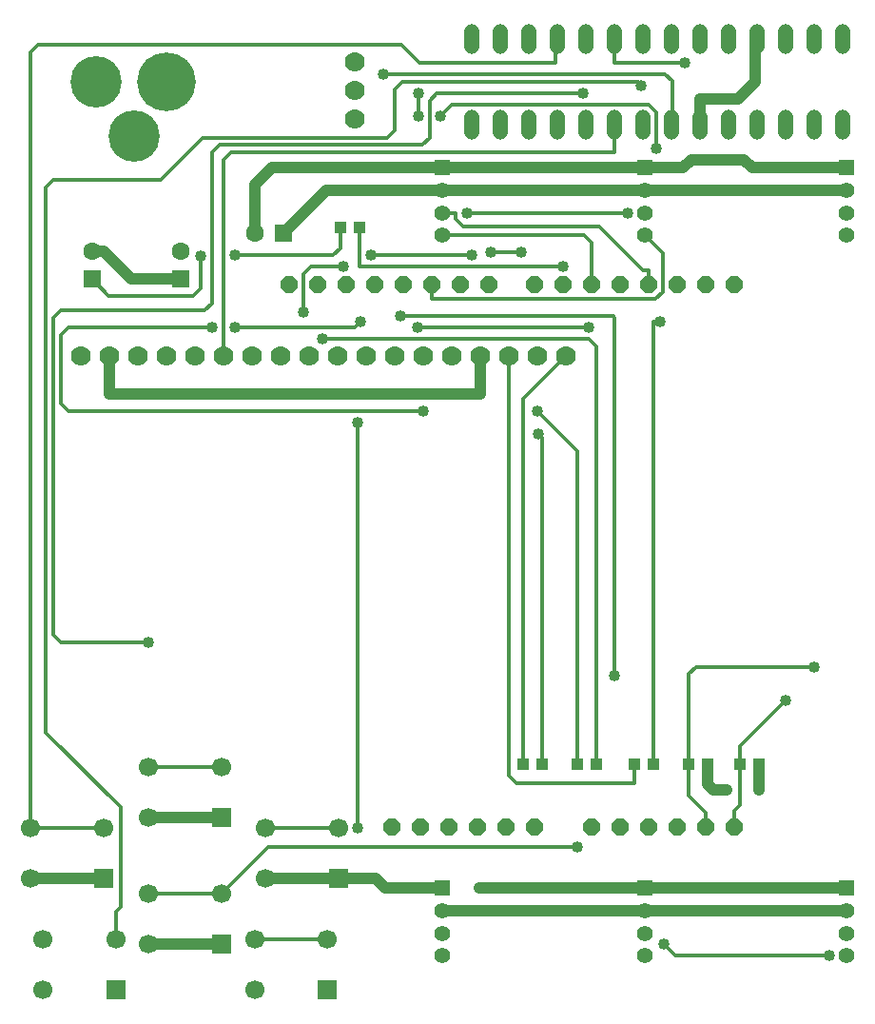
<source format=gbr>
G04 DipTrace 3.3.1.3*
G04 Top.gbr*
%MOIN*%
G04 #@! TF.FileFunction,Copper,L1,Top*
G04 #@! TF.Part,Single*
%AMOUTLINE0*
4,1,20,
-0.02608,0.026058,
-0.024514,0.034979,
-0.019993,0.042827,
-0.013059,0.048655,
-0.004551,0.05176,
0.004507,0.051768,
0.01302,0.048677,
0.019963,0.042861,
0.0245,0.035021,
0.02608,0.026102,
0.02608,-0.026058,
0.024514,-0.034979,
0.019993,-0.042827,
0.013059,-0.048655,
0.004551,-0.05176,
-0.004507,-0.051768,
-0.01302,-0.048677,
-0.019963,-0.042861,
-0.0245,-0.035021,
-0.02608,-0.026102,
-0.02608,0.026058,
0*%
%AMOUTLINE3*
4,1,8,
0.030488,-0.012629,
0.012629,-0.030488,
-0.012629,-0.030488,
-0.030488,-0.012629,
-0.030488,0.012629,
-0.012629,0.030488,
0.012629,0.030488,
0.030488,0.012629,
0.030488,-0.012629,
0*%
G04 #@! TA.AperFunction,Conductor*
%ADD13C,0.012992*%
G04 #@! TA.AperFunction,ViaPad*
%ADD14C,0.04*%
G04 #@! TA.AperFunction,Conductor*
%ADD15C,0.03937*%
G04 #@! TA.AperFunction,ComponentPad*
%ADD16R,0.055118X0.055118*%
%ADD17C,0.055118*%
%ADD18R,0.062992X0.062992*%
%ADD19C,0.062992*%
%ADD20C,0.062992*%
%ADD21R,0.043307X0.03937*%
G04 #@! TA.AperFunction,ComponentPad*
%ADD25C,0.07*%
%ADD26R,0.066929X0.066929*%
%ADD27C,0.066929*%
%ADD29C,0.205354*%
%ADD30C,0.179685*%
%ADD65OUTLINE0*%
%ADD68OUTLINE3*%
%FSLAX26Y26*%
G04*
G70*
G90*
G75*
G01*
G04 Top*
%LPD*%
X3258346Y603700D2*
D13*
X2717676D1*
X2678188Y643188D1*
X1753700Y2843700D2*
X2500043D1*
X2506106Y2837637D1*
Y1585271D1*
X1901968Y3206220D2*
X1949019D1*
Y3185160D1*
X1975003Y3159176D1*
X2449688D1*
X2605188Y3003676D1*
X2623700D1*
Y2953700D1*
X2423700D2*
Y3101496D1*
X2397716Y3127480D1*
X1901968D1*
X2549680Y3206220D2*
X1988507D1*
X2610235Y3127480D2*
X2673680Y3064035D1*
Y2929704D1*
X2647696Y2903720D1*
X1863700D1*
Y2953700D1*
X1243700Y3133700D2*
D14*
Y3303704D1*
X1303700Y3363704D1*
X1460176D1*
X983700Y2973700D2*
X812130D1*
X713705Y3072125D1*
X673700D1*
X1902361Y839920D2*
X1702723D1*
X1668943Y873700D1*
X1536535D1*
X713700D2*
X457794D1*
X870629Y1087794D2*
X944094D1*
X1126535D1*
X870629Y643700D2*
X944094D1*
X1126535D1*
X2899192Y3391267D2*
X2959192D1*
X2986759Y3363700D1*
X3318503D1*
X2610235D2*
X2745412D1*
X2772979Y3391267D1*
X2899192D1*
X1901968Y3363700D2*
X2397204D1*
X2610235D1*
X1460176Y3363704D2*
X1901968Y3363700D1*
X1536535Y873700D2*
X1354094D1*
X1280629D1*
X2610629Y839920D2*
X2423070D1*
X2031072D1*
X3318897D2*
X3191338D1*
X2610629D1*
X756535Y660865D2*
D13*
Y759354D1*
X773661Y776480D1*
Y1123720D1*
X512098Y1385283D1*
Y3294330D1*
X538083Y3320315D1*
X913460D1*
X1062873Y3469728D1*
X1708188D1*
X1734172Y3495712D1*
Y3637947D1*
X1760157Y3663932D1*
X2586929D1*
X2597783Y3653078D1*
X1602991Y1050865D2*
Y2471102D1*
X1536535Y1050865D2*
X1280629D1*
X870629Y820865D2*
X1126535D1*
X2750704Y3732035D2*
X2503700D1*
Y3813700D1*
X1126535Y820865D2*
X1290082Y984413D1*
X2373082D1*
X2394936Y3624444D2*
X1882318D1*
X1856334Y3598460D1*
Y3469727D1*
X1830350Y3443743D1*
X1120672D1*
X1094688Y3417759D1*
Y2889723D1*
X1068704Y2863739D1*
X564066D1*
X538082Y2837755D1*
Y1726891D1*
X564064Y1700909D1*
X870629D1*
Y1264960D2*
X1126535D1*
X713700Y1050865D2*
X457794D1*
X2303700Y3813700D2*
D3*
X457794Y1050865D2*
Y3769212D1*
X483778Y3795196D1*
X1758491D1*
X1821633Y3732054D1*
X2299193D1*
Y3813700D1*
X2303700D1*
X2640629Y1273700D2*
Y2823700D1*
X2663700D1*
X1895822Y3545468D2*
X1935310Y3584956D1*
X2623767D1*
X2649751Y3558972D1*
Y3431263D1*
X1816846Y3624444D2*
Y3545468D1*
X1482094Y2765669D2*
X2414645D1*
X2440629Y2739685D1*
Y1273700D1*
X2238346Y2431613D2*
D3*
X1813680Y2805157D2*
X2414487D1*
X2238346Y2431613D2*
X2250629Y2419330D1*
Y1273700D1*
X2177669Y3069149D2*
X2072708D1*
X1650121Y3056669D2*
X2003192D1*
X1173503Y2805157D2*
X1594704D1*
X1613680Y2824133D1*
X1834015Y2510590D2*
X590050D1*
X564066Y2536574D1*
Y2779173D1*
X590050Y2805157D1*
X1094523D1*
X2503700Y3513700D2*
Y3417759D1*
X1160000D1*
X1134015Y3391774D1*
Y2704172D1*
X1694684Y3692566D2*
X2682220D1*
X2708207Y3666579D1*
Y3513700D1*
X2703700D1*
X1413680Y2857133D2*
Y2991195D1*
X1439665Y3017180D1*
X1553169D1*
X2703700Y3513700D2*
D3*
X2323700Y3017180D2*
X1610629D1*
Y3153700D1*
X2334015Y2704172D2*
X2183700Y2553857D1*
Y1273700D1*
X2234015Y2510590D2*
X2373700Y2370905D1*
Y1273700D1*
X2134015Y2704172D2*
Y1234527D1*
X2159999Y1208543D1*
X2573700D1*
Y1273700D1*
X1173503Y3056669D2*
X1517716D1*
X1543700Y3082653D1*
Y3153700D1*
X1053700Y3053700D2*
Y2940192D1*
X1029216Y2915708D1*
X731692D1*
X673700Y2973700D1*
X1499369Y660865D2*
X1243464D1*
X3103700Y1498145D2*
X2943700Y1338145D1*
Y1273700D1*
Y1130683D1*
X2923700Y1110683D1*
Y1053700D1*
X3203700Y1616306D2*
X2789684D1*
X2763700Y1590322D1*
Y1273700D1*
Y1163677D1*
X2823700Y1103677D1*
Y1053700D1*
X1343700Y3133700D2*
D14*
X1494960Y3284960D1*
X1901968D1*
X2803700Y3513700D2*
Y3605468D1*
X2939192D1*
X2999193Y3665469D1*
Y3813700D1*
X3003700D1*
X3010629Y1273700D2*
D15*
X3010633Y1184188D1*
X734015Y2704172D2*
D14*
Y2570590D1*
X2034015D1*
Y2704172D1*
X3318897Y761180D2*
X2610629D1*
X2897204Y1184188D2*
X2850630D1*
X2830629Y1204189D1*
Y1273700D1*
X2803700Y3284960D2*
X3318503D1*
X2610235D2*
X2803700D1*
X1901968D2*
X2610235D1*
X3003700Y3813700D2*
D3*
X2610629Y761180D2*
X1902361D1*
X2678188Y643188D3*
X3258346Y603700D3*
X2506106Y1585271D3*
X1753700Y2843700D3*
X1988507Y3206220D3*
X2549680D3*
X2031072Y839920D3*
X1460176Y3363704D3*
X2899192Y3391267D3*
X2597783Y3653078D3*
X1602991Y2471102D3*
Y1050865D3*
X2373082Y984413D3*
X2750704Y3732035D3*
X2394936Y3624444D3*
X870629Y1700909D3*
X2663700Y2823700D3*
X2649751Y3431263D3*
X1895822Y3545468D3*
X1816846D3*
Y3624444D3*
X1482094Y2765669D3*
X2238346Y2431613D3*
X2414487Y2805157D3*
X1813680D3*
X2072708Y3069149D3*
X2177669D3*
X2003192Y3056669D3*
X1650121D3*
X1613680Y2824133D3*
X1173503Y2805157D3*
X1094523D3*
X1834015Y2510590D3*
X1694684Y3692566D3*
X1553169Y3017180D3*
X1413680Y2857133D3*
X2323700Y3017180D3*
X2234015Y2510590D3*
X1173503Y3056669D3*
X1053700Y3053700D3*
X3103700Y1498145D3*
X3203700Y1616306D3*
X3010633Y1184188D3*
X2897204D3*
X2803700Y3284960D3*
D16*
X3318897Y839920D3*
D17*
Y761180D3*
Y682440D3*
Y603700D3*
D16*
X3318503Y3363700D3*
D17*
Y3284960D3*
Y3206220D3*
Y3127480D3*
D18*
X1343700Y3133700D3*
D19*
X1243700D3*
D16*
X1902361Y839920D3*
D17*
Y761180D3*
Y682440D3*
Y603700D3*
D16*
X2610629Y839920D3*
D17*
Y761180D3*
Y682440D3*
Y603700D3*
D16*
X1901968Y3363700D3*
D17*
Y3284960D3*
Y3206220D3*
Y3127480D3*
D16*
X2610235Y3363700D3*
D17*
Y3284960D3*
Y3206220D3*
Y3127480D3*
D18*
X983700Y2973700D3*
D20*
Y3072125D3*
D18*
X673700Y2973700D3*
D20*
Y3072125D3*
D21*
X2943700Y1273700D3*
X3010629D3*
X2763700D3*
X2830629D3*
X2573700D3*
X2640629D3*
X2373700D3*
X2440629D3*
X2183700D3*
X2250629D3*
X1543700Y3153700D3*
X1610629D3*
D65*
X2003700Y3513700D3*
X2103700D3*
X2203700D3*
X2303700D3*
X2403700D3*
X2503700D3*
X2603700D3*
X2703700D3*
X2803700D3*
X2903700D3*
X3003700D3*
X3103700D3*
X3203700D3*
X3303700D3*
Y3813700D3*
X3203700D3*
X3103700D3*
X3003700D3*
X2903700D3*
X2803700D3*
X2703700D3*
X2603700D3*
X2503700D3*
X2403700D3*
X2303700D3*
X2203700D3*
X2103700D3*
X2003700D3*
D68*
X2523700Y2953700D3*
X2423700Y1053700D3*
X2623700Y2953700D3*
X2723700D3*
X2823700D3*
X2923700D3*
X2423700D3*
X2323700D3*
X2223700D3*
X2063700D3*
X1963700D3*
X1863700D3*
X1763700D3*
X1663700D3*
X1563700D3*
X1463700D3*
X1363700D3*
X2523700Y1053700D3*
X2623700D3*
X2723700D3*
X2823700D3*
X2923700D3*
X2223700D3*
X2123700D3*
X2023700D3*
X1923700D3*
X1823700D3*
X1723700D3*
D25*
X634015Y2704172D3*
X734015D3*
X834015D3*
X934015D3*
X1034015D3*
X1134015D3*
X1234015D3*
X1334015D3*
X1434015D3*
X1534015D3*
X1634015D3*
X1734015D3*
X1834015D3*
X1934015D3*
X2034015D3*
X2134015D3*
X2234015D3*
X2334015D3*
X1593700Y3633700D3*
Y3533700D3*
Y3733700D3*
D26*
X713700Y873700D3*
D27*
Y1050865D3*
X457794D3*
Y873700D3*
D26*
X1536535D3*
D27*
Y1050865D3*
X1280629D3*
Y873700D3*
D26*
X1126535Y1087794D3*
D27*
Y1264960D3*
X870629D3*
Y1087794D3*
D26*
X1126535Y643700D3*
D27*
Y820865D3*
X870629D3*
Y643700D3*
D26*
X756535Y483700D3*
D27*
Y660865D3*
X500629D3*
Y483700D3*
D29*
X933700Y3663700D3*
D30*
X687637D3*
X821495Y3474724D3*
D26*
X1499369Y483700D3*
D27*
Y660865D3*
X1243464D3*
Y483700D3*
M02*

</source>
